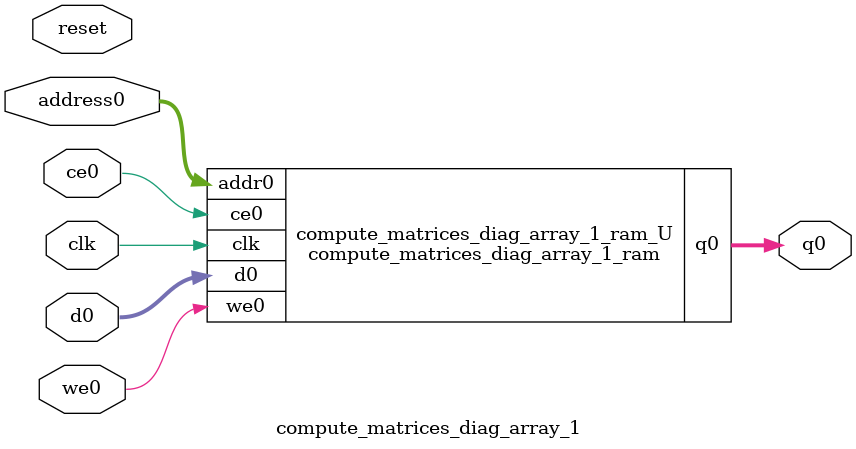
<source format=v>
`timescale 1 ns / 1 ps
module compute_matrices_diag_array_1_ram (addr0, ce0, d0, we0, q0,  clk);

parameter DWIDTH = 16;
parameter AWIDTH = 6;
parameter MEM_SIZE = 33;

input[AWIDTH-1:0] addr0;
input ce0;
input[DWIDTH-1:0] d0;
input we0;
output reg[DWIDTH-1:0] q0;
input clk;

reg [DWIDTH-1:0] ram[0:MEM_SIZE-1];




always @(posedge clk)  
begin 
    if (ce0) begin
        if (we0) 
            ram[addr0] <= d0; 
        q0 <= ram[addr0];
    end
end


endmodule

`timescale 1 ns / 1 ps
module compute_matrices_diag_array_1(
    reset,
    clk,
    address0,
    ce0,
    we0,
    d0,
    q0);

parameter DataWidth = 32'd16;
parameter AddressRange = 32'd33;
parameter AddressWidth = 32'd6;
input reset;
input clk;
input[AddressWidth - 1:0] address0;
input ce0;
input we0;
input[DataWidth - 1:0] d0;
output[DataWidth - 1:0] q0;



compute_matrices_diag_array_1_ram compute_matrices_diag_array_1_ram_U(
    .clk( clk ),
    .addr0( address0 ),
    .ce0( ce0 ),
    .we0( we0 ),
    .d0( d0 ),
    .q0( q0 ));

endmodule


</source>
